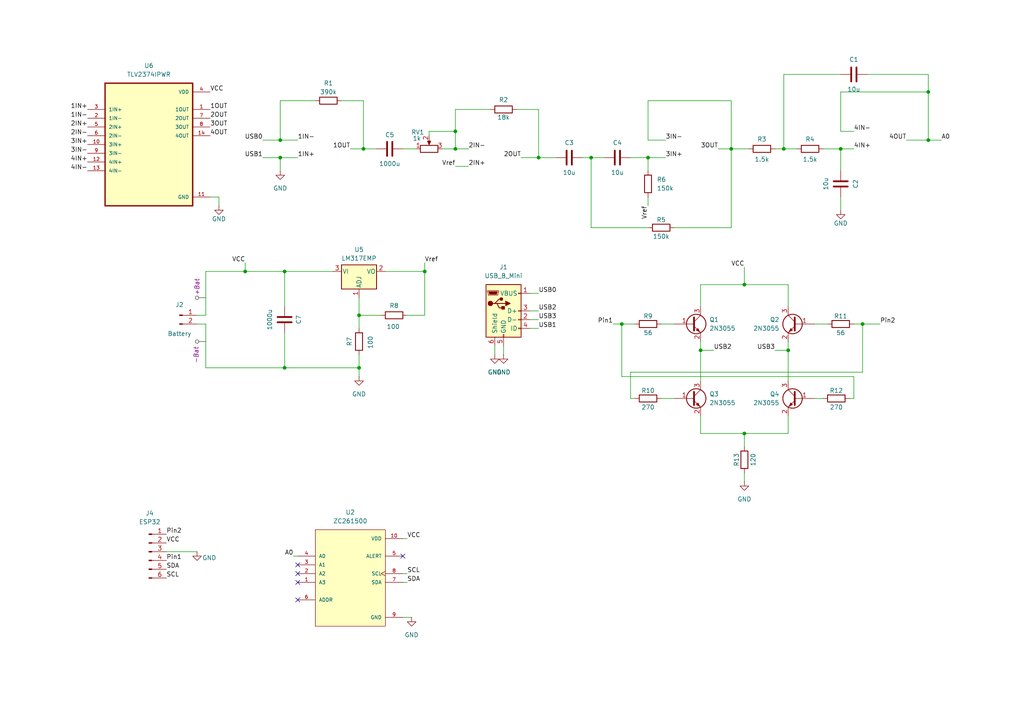
<source format=kicad_sch>
(kicad_sch (version 20231120) (generator "eeschema") (generator_version "8.0")
  (paper "A4")
  (lib_symbols
    (symbol "Connector:Conn_01x02_Pin" (pin_names (offset 1.016) hide)
      (property "Reference" "J" (at 0 2.54 0))
      (property "Value" "Conn_01x02_Pin" (at 0 -5.08 0))
      (symbol "Conn_01x02_Pin_1_1"
        (polyline (pts (xy 1.27 -2.54) (xy 0.8636 -2.54)) (stroke (width 0.1524)))
        (polyline (pts (xy 1.27 0) (xy 0.8636 0)) (stroke (width 0.1524)))
        (rectangle (start 0.8636 -2.413) (end 0 -2.667) (stroke (width 0.1524)) (fill (type outline)))
        (rectangle (start 0.8636 0.127) (end 0 -0.127) (stroke (width 0.1524)) (fill (type outline)))
        (pin passive line (at 5.08 0 180) (length 3.81) (name "Pin_1") (number "1"))
        (pin passive line (at 5.08 -2.54 180) (length 3.81) (name "Pin_2") (number "2"))
      )
    )
    (symbol "Connector:Conn_01x06_Pin" (pin_names (offset 1.016) hide)
      (property "Reference" "J" (at 0 7.62 0))
      (property "Value" "Conn_01x06_Pin" (at 0 -10.16 0))
      (symbol "Conn_01x06_Pin_1_1"
        (polyline (pts (xy 1.27 -7.62) (xy 0.8636 -7.62)) (stroke (width 0.1524)))
        (polyline (pts (xy 1.27 -5.08) (xy 0.8636 -5.08)) (stroke (width 0.1524)))
        (polyline (pts (xy 1.27 -2.54) (xy 0.8636 -2.54)) (stroke (width 0.1524)))
        (polyline (pts (xy 1.27 0) (xy 0.8636 0)) (stroke (width 0.1524)))
        (polyline (pts (xy 1.27 2.54) (xy 0.8636 2.54)) (stroke (width 0.1524)))
        (polyline (pts (xy 1.27 5.08) (xy 0.8636 5.08)) (stroke (width 0.1524)))
        (rectangle (start 0.8636 -7.493) (end 0 -7.747) (stroke (width 0.1524)) (fill (type outline)))
        (rectangle (start 0.8636 -4.953) (end 0 -5.207) (stroke (width 0.1524)) (fill (type outline)))
        (rectangle (start 0.8636 -2.413) (end 0 -2.667) (stroke (width 0.1524)) (fill (type outline)))
        (rectangle (start 0.8636 0.127) (end 0 -0.127) (stroke (width 0.1524)) (fill (type outline)))
        (rectangle (start 0.8636 2.667) (end 0 2.413) (stroke (width 0.1524)) (fill (type outline)))
        (rectangle (start 0.8636 5.207) (end 0 4.953) (stroke (width 0.1524)) (fill (type outline)))
        (pin passive line (at 5.08 5.08 180) (length 3.81) (name "Pin_1") (number "1"))
        (pin passive line (at 5.08 2.54 180) (length 3.81) (name "Pin_2") (number "2"))
        (pin passive line (at 5.08 0 180) (length 3.81) (name "Pin_3") (number "3"))
        (pin passive line (at 5.08 -2.54 180) (length 3.81) (name "Pin_4") (number "4"))
        (pin passive line (at 5.08 -5.08 180) (length 3.81) (name "Pin_5") (number "5"))
        (pin passive line (at 5.08 -7.62 180) (length 3.81) (name "Pin_6") (number "6"))
      )
    )
    (symbol "Connector:USB_B_Mini" (pin_names (offset 1.016))
      (property "Reference" "J" (at -5.08 11.43 0))
      (property "Value" "USB_B_Mini" (at -5.08 8.89 0))
      (symbol "USB_B_Mini_0_1"
        (rectangle (start -5.08 -7.62) (end 5.08 7.62) (stroke (width 0.254)) (fill (type background)))
        (circle (center -3.81 2.159) (radius 0.635) (stroke (width 0.254)) (fill (type outline)))
        (circle (center -0.635 3.429) (radius 0.381) (stroke (width 0.254)) (fill (type outline)))
        (rectangle (start -0.127 -7.62) (end 0.127 -6.858))
        (polyline (pts (xy -1.905 2.159) (xy 0.635 2.159)) (stroke (width 0.254)))
        (polyline (pts (xy -3.175 2.159) (xy -2.54 2.159) (xy -1.27 3.429) (xy -0.635 3.429)) (stroke (width 0.254)))
        (polyline (pts (xy -2.54 2.159) (xy -1.905 2.159) (xy -1.27 0.889) (xy 0 0.889)) (stroke (width 0.254)))
        (polyline (pts (xy 0.635 2.794) (xy 0.635 1.524) (xy 1.905 2.159) (xy 0.635 2.794)) (stroke (width 0.254)) (fill (type outline)))
        (polyline (pts (xy -4.318 5.588) (xy -1.778 5.588) (xy -2.032 4.826) (xy -4.064 4.826) (xy -4.318 5.588)) (fill (type outline)))
        (polyline (pts (xy -4.699 5.842) (xy -4.699 5.588) (xy -4.445 4.826) (xy -4.445 4.572) (xy -1.651 4.572) (xy -1.651 4.826) (xy -1.397 5.588) (xy -1.397 5.842) (xy -4.699 5.842)))
        (rectangle (start 0.254 1.27) (end -0.508 0.508) (stroke (width 0.254)) (fill (type outline)))
        (rectangle (start 5.08 -5.207) (end 4.318 -4.953))
        (rectangle (start 5.08 -2.667) (end 4.318 -2.413))
        (rectangle (start 5.08 -0.127) (end 4.318 0.127))
        (rectangle (start 5.08 4.953) (end 4.318 5.207))
      )
      (symbol "USB_B_Mini_1_1"
        (pin power_out line (at 7.62 5.08 180) (length 2.54) (name "VBUS") (number "1"))
        (pin bidirectional line (at 7.62 -2.54 180) (length 2.54) (name "D-") (number "2"))
        (pin bidirectional line (at 7.62 0 180) (length 2.54) (name "D+") (number "3"))
        (pin passive line (at 7.62 -5.08 180) (length 2.54) (name "ID") (number "4"))
        (pin power_out line (at 0 -10.16 90) (length 2.54) (name "GND") (number "5"))
        (pin passive line (at -2.54 -10.16 90) (length 2.54) (name "Shield") (number "6"))
      )
    )
    (symbol "Device:C" (pin_numbers hide) (pin_names (offset 0.254))
      (property "Reference" "C" (at 0.635 2.54 0))
      (property "Value" "C" (at 0.635 -2.54 0))
      (symbol "C_0_1"
        (polyline (pts (xy -2.032 -0.762) (xy 2.032 -0.762)) (stroke (width 0.508)))
        (polyline (pts (xy -2.032 0.762) (xy 2.032 0.762)) (stroke (width 0.508)))
      )
      (symbol "C_1_1"
        (pin passive line (at 0 3.81 270) (length 2.794) (name "~") (number "1"))
        (pin passive line (at 0 -3.81 90) (length 2.794) (name "~") (number "2"))
      )
    )
    (symbol "Device:R" (pin_numbers hide) (pin_names (offset 0))
      (property "Reference" "R" (at 2.032 0 90))
      (property "Value" "R" (at 0 0 90))
      (symbol "R_0_1"
        (rectangle (start -1.016 -2.54) (end 1.016 2.54) (stroke (width 0.254)))
      )
      (symbol "R_1_1"
        (pin passive line (at 0 3.81 270) (length 1.27) (name "~") (number "1"))
        (pin passive line (at 0 -3.81 90) (length 1.27) (name "~") (number "2"))
      )
    )
    (symbol "Device:R_Potentiometer" (pin_names (offset 1.016) hide)
      (property "Reference" "RV" (at -4.445 0 90))
      (property "Value" "R_Potentiometer" (at -2.54 0 90))
      (symbol "R_Potentiometer_0_1"
        (polyline (pts (xy 2.54 0) (xy 1.524 0)))
        (polyline (pts (xy 1.143 0) (xy 2.286 0.508) (xy 2.286 -0.508) (xy 1.143 0)) (fill (type outline)))
        (rectangle (start 1.016 2.54) (end -1.016 -2.54) (stroke (width 0.254)))
      )
      (symbol "R_Potentiometer_1_1"
        (pin passive line (at 0 3.81 270) (length 1.27) (name "1") (number "1"))
        (pin passive line (at 3.81 0 180) (length 1.27) (name "2") (number "2"))
        (pin passive line (at 0 -3.81 90) (length 1.27) (name "3") (number "3"))
      )
    )
    (symbol "Regulator_Linear:LM317_SOT-223" (pin_names (offset 0.254))
      (property "Reference" "U" (at -3.81 3.175 0))
      (property "Value" "LM317_SOT-223" (at 0 3.175 0))
      (symbol "LM317_SOT-223_0_1"
        (rectangle (start -5.08 1.905) (end 5.08 -5.08) (stroke (width 0.254)) (fill (type background)))
      )
      (symbol "LM317_SOT-223_1_1"
        (pin input line (at 0 -7.62 90) (length 2.54) (name "ADJ") (number "1"))
        (pin power_out line (at 7.62 0 180) (length 2.54) (name "VO") (number "2"))
        (pin power_in line (at -7.62 0 0) (length 2.54) (name "VI") (number "3"))
      )
    )
    (symbol "TLV2374IPWR:TLV2374IPWR" (pin_names (offset 1.016))
      (property "Reference" "U" (at -12.7 18.78 0))
      (property "Value" "TLV2374IPWR" (at -12.7 -21.78 0))
      (symbol "TLV2374IPWR_0_0"
        (rectangle (start -12.7 -17.78) (end 12.7 17.78) (stroke (width 0.41)) (fill (type background)))
        (pin output line (at 17.78 10.16 180) (length 5.08) (name "1OUT") (number "1"))
        (pin input line (at -17.78 0 0) (length 5.08) (name "3IN+") (number "10"))
        (pin power_in line (at 17.78 -15.24 180) (length 5.08) (name "GND") (number "11"))
        (pin input line (at -17.78 -5.08 0) (length 5.08) (name "4IN+") (number "12"))
        (pin input line (at -17.78 -7.62 0) (length 5.08) (name "4IN-") (number "13"))
        (pin output line (at 17.78 2.54 180) (length 5.08) (name "4OUT") (number "14"))
        (pin input line (at -17.78 7.62 0) (length 5.08) (name "1IN-") (number "2"))
        (pin input line (at -17.78 10.16 0) (length 5.08) (name "1IN+") (number "3"))
        (pin power_in line (at 17.78 15.24 180) (length 5.08) (name "VDD") (number "4"))
        (pin input line (at -17.78 5.08 0) (length 5.08) (name "2IN+") (number "5"))
        (pin input line (at -17.78 2.54 0) (length 5.08) (name "2IN-") (number "6"))
        (pin output line (at 17.78 7.62 180) (length 5.08) (name "2OUT") (number "7"))
        (pin output line (at 17.78 5.08 180) (length 5.08) (name "3OUT") (number "8"))
        (pin input line (at -17.78 -2.54 0) (length 5.08) (name "3IN-") (number "9"))
      )
    )
    (symbol "Transistor_BJT:2N3055" (pin_names (offset 0) hide)
      (property "Reference" "Q" (at 5.08 1.905 0))
      (property "Value" "2N3055" (at 5.08 0 0))
      (symbol "2N3055_0_1"
        (polyline (pts (xy 0.635 0.635) (xy 2.54 2.54)))
        (polyline (pts (xy 0.635 -0.635) (xy 2.54 -2.54) (xy 2.54 -2.54)))
        (polyline (pts (xy 0.635 1.905) (xy 0.635 -1.905) (xy 0.635 -1.905)) (stroke (width 0.508)))
        (polyline (pts (xy 1.27 -1.778) (xy 1.778 -1.27) (xy 2.286 -2.286) (xy 1.27 -1.778) (xy 1.27 -1.778)) (fill (type outline)))
        (circle (center 1.27 0) (radius 2.8194) (stroke (width 0.254)))
      )
      (symbol "2N3055_1_1"
        (pin input line (at -5.08 0 0) (length 5.715) (name "B") (number "1"))
        (pin passive line (at 2.54 -5.08 90) (length 2.54) (name "E") (number "2"))
        (pin passive line (at 2.54 5.08 270) (length 2.54) (name "C") (number "3"))
      )
    )
    (symbol "ZC261500:ZC261500" (pin_names (offset 1.016))
      (property "Reference" "U" (at -10.16 16.002 0))
      (property "Value" "ZC261500" (at -10.16 -15.24 0))
      (symbol "ZC261500_0_0"
        (rectangle (start -10.16 -12.7) (end 10.16 15.24) (stroke (width 0.1524)) (fill (type background)))
        (pin input line (at -15.24 0 0) (length 5.08) (name "A3") (number "1"))
        (pin power_in line (at 15.24 12.7 180) (length 5.08) (name "VDD") (number "10"))
        (pin input line (at -15.24 2.54 0) (length 5.08) (name "A2") (number "2"))
        (pin input line (at -15.24 5.08 0) (length 5.08) (name "A1") (number "3"))
        (pin input line (at -15.24 7.62 0) (length 5.08) (name "A0") (number "4"))
        (pin bidirectional line (at 15.24 7.62 180) (length 5.08) (name "ALERT") (number "5"))
        (pin input line (at -15.24 -5.08 0) (length 5.08) (name "ADDR") (number "6"))
        (pin bidirectional line (at 15.24 0 180) (length 5.08) (name "SDA") (number "7"))
        (pin input clock (at 15.24 2.54 180) (length 5.08) (name "SCL") (number "8"))
        (pin power_in line (at 15.24 -10.16 180) (length 5.08) (name "GND") (number "9"))
      )
    )
    (symbol "power:GND" (power) (pin_numbers hide) (pin_names (offset 0) hide)
      (property "Value" "GND" (at 0 -3.81 0))
      (symbol "GND_0_1"
        (polyline (pts (xy 0 0) (xy 0 -1.27) (xy 1.27 -1.27) (xy 0 -2.54) (xy -1.27 -1.27) (xy 0 -1.27)))
      )
      (symbol "GND_1_1"
        (pin power_in line (at 0 0 270) (length 0) (name "~") (number "1"))
      )
    )
  )
  (junction (at 156.21 45.72))
  (junction (at 104.14 91.44))
  (junction (at 82.55 78.74))
  (junction (at 171.45 45.72))
  (junction (at 203.2 101.6))
  (junction (at 250.19 93.98))
  (junction (at 132.08 38.1))
  (junction (at 82.55 106.68))
  (junction (at 228.6 101.6))
  (junction (at 215.9 125.73))
  (junction (at 71.12 78.74))
  (junction (at 212.09 43.18))
  (junction (at 81.28 40.64))
  (junction (at 187.96 45.72))
  (junction (at 105.41 43.18))
  (junction (at 81.28 45.72))
  (junction (at 243.84 43.18))
  (junction (at 123.19 78.74))
  (junction (at 269.24 26.67))
  (junction (at 132.08 43.18))
  (junction (at 215.9 82.55))
  (junction (at 227.33 43.18))
  (junction (at 269.24 40.64))
  (junction (at 104.14 106.68))
  (junction (at 180.34 93.98))
  (no_connect (at 86.36 173.99))
  (no_connect (at 86.36 163.83))
  (no_connect (at 116.84 161.29))
  (no_connect (at 86.36 166.37))
  (no_connect (at 86.36 168.91))
  (wire (pts (xy 104.14 91.44) (xy 104.14 86.36)))
  (wire (pts (xy 187.96 45.72) (xy 193.04 45.72)))
  (wire (pts (xy 85.09 161.29) (xy 86.36 161.29)))
  (wire (pts (xy 82.55 78.74) (xy 96.52 78.74)))
  (wire (pts (xy 187.96 66.04) (xy 171.45 66.04)))
  (wire (pts (xy 116.84 166.37) (xy 118.11 166.37)))
  (wire (pts (xy 184.15 115.57) (xy 182.88 115.57)))
  (wire (pts (xy 212.09 29.21) (xy 212.09 43.18)))
  (wire (pts (xy 156.21 45.72) (xy 161.29 45.72)))
  (wire (pts (xy 203.2 125.73) (xy 215.9 125.73)))
  (wire (pts (xy 187.96 29.21) (xy 212.09 29.21)))
  (wire (pts (xy 250.19 93.98) (xy 255.27 93.98)))
  (wire (pts (xy 187.96 40.64) (xy 187.96 29.21)))
  (wire (pts (xy 236.22 115.57) (xy 238.76 115.57)))
  (wire (pts (xy 132.08 31.75) (xy 132.08 38.1)))
  (wire (pts (xy 227.33 21.59) (xy 227.33 43.18)))
  (wire (pts (xy 224.79 101.6) (xy 228.6 101.6)))
  (wire (pts (xy 215.9 137.16) (xy 215.9 139.7)))
  (wire (pts (xy 215.9 125.73) (xy 228.6 125.73)))
  (wire (pts (xy 171.45 45.72) (xy 175.26 45.72)))
  (wire (pts (xy 124.46 39.37) (xy 124.46 38.1)))
  (wire (pts (xy 247.65 109.22) (xy 180.34 109.22)))
  (wire (pts (xy 208.28 43.18) (xy 212.09 43.18)))
  (wire (pts (xy 180.34 109.22) (xy 180.34 93.98)))
  (wire (pts (xy 203.2 99.06) (xy 203.2 101.6)))
  (wire (pts (xy 82.55 106.68) (xy 104.14 106.68)))
  (wire (pts (xy 177.8 93.98) (xy 180.34 93.98)))
  (wire (pts (xy 191.77 115.57) (xy 195.58 115.57)))
  (wire (pts (xy 81.28 40.64) (xy 86.36 40.64)))
  (wire (pts (xy 82.55 96.52) (xy 82.55 106.68)))
  (wire (pts (xy 193.04 40.64) (xy 187.96 40.64)))
  (wire (pts (xy 104.14 91.44) (xy 104.14 95.25)))
  (wire (pts (xy 184.15 93.98) (xy 180.34 93.98)))
  (wire (pts (xy 116.84 179.07) (xy 119.38 179.07)))
  (wire (pts (xy 168.91 45.72) (xy 171.45 45.72)))
  (wire (pts (xy 104.14 102.87) (xy 104.14 106.68)))
  (wire (pts (xy 123.19 78.74) (xy 123.19 91.44)))
  (wire (pts (xy 118.11 168.91) (xy 116.84 168.91)))
  (wire (pts (xy 182.88 115.57) (xy 182.88 107.95)))
  (wire (pts (xy 215.9 82.55) (xy 228.6 82.55)))
  (wire (pts (xy 212.09 43.18) (xy 217.17 43.18)))
  (wire (pts (xy 57.15 93.98) (xy 59.69 93.98)))
  (wire (pts (xy 187.96 57.15) (xy 187.96 59.69)))
  (wire (pts (xy 149.86 31.75) (xy 156.21 31.75)))
  (wire (pts (xy 81.28 29.21) (xy 81.28 40.64)))
  (wire (pts (xy 243.84 21.59) (xy 227.33 21.59)))
  (wire (pts (xy 132.08 31.75) (xy 142.24 31.75)))
  (wire (pts (xy 273.05 40.64) (xy 269.24 40.64)))
  (wire (pts (xy 105.41 29.21) (xy 105.41 43.18)))
  (wire (pts (xy 227.33 43.18) (xy 231.14 43.18)))
  (wire (pts (xy 153.67 92.71) (xy 156.21 92.71)))
  (wire (pts (xy 132.08 43.18) (xy 135.89 43.18)))
  (wire (pts (xy 63.5 57.15) (xy 63.5 59.69)))
  (wire (pts (xy 99.06 29.21) (xy 105.41 29.21)))
  (wire (pts (xy 243.84 38.1) (xy 243.84 26.67)))
  (wire (pts (xy 203.2 88.9) (xy 203.2 82.55)))
  (wire (pts (xy 118.11 156.21) (xy 116.84 156.21)))
  (wire (pts (xy 111.76 78.74) (xy 123.19 78.74)))
  (wire (pts (xy 243.84 26.67) (xy 269.24 26.67)))
  (wire (pts (xy 251.46 21.59) (xy 269.24 21.59)))
  (wire (pts (xy 247.65 115.57) (xy 247.65 109.22)))
  (wire (pts (xy 59.69 78.74) (xy 71.12 78.74)))
  (wire (pts (xy 246.38 115.57) (xy 247.65 115.57)))
  (wire (pts (xy 171.45 66.04) (xy 171.45 45.72)))
  (wire (pts (xy 59.69 91.44) (xy 57.15 91.44)))
  (wire (pts (xy 116.84 43.18) (xy 120.65 43.18)))
  (wire (pts (xy 124.46 38.1) (xy 132.08 38.1)))
  (wire (pts (xy 60.96 57.15) (xy 63.5 57.15)))
  (wire (pts (xy 123.19 91.44) (xy 118.11 91.44)))
  (wire (pts (xy 228.6 125.73) (xy 228.6 120.65)))
  (wire (pts (xy 82.55 88.9) (xy 82.55 78.74)))
  (wire (pts (xy 151.13 45.72) (xy 156.21 45.72)))
  (wire (pts (xy 48.26 160.02) (xy 57.15 160.02)))
  (wire (pts (xy 71.12 78.74) (xy 82.55 78.74)))
  (wire (pts (xy 59.69 106.68) (xy 82.55 106.68)))
  (wire (pts (xy 203.2 82.55) (xy 215.9 82.55)))
  (wire (pts (xy 224.79 43.18) (xy 227.33 43.18)))
  (wire (pts (xy 153.67 90.17) (xy 156.21 90.17)))
  (wire (pts (xy 238.76 43.18) (xy 243.84 43.18)))
  (wire (pts (xy 228.6 101.6) (xy 228.6 110.49)))
  (wire (pts (xy 81.28 29.21) (xy 91.44 29.21)))
  (wire (pts (xy 236.22 93.98) (xy 240.03 93.98)))
  (wire (pts (xy 156.21 31.75) (xy 156.21 45.72)))
  (wire (pts (xy 187.96 45.72) (xy 187.96 49.53)))
  (wire (pts (xy 128.27 43.18) (xy 132.08 43.18)))
  (wire (pts (xy 269.24 26.67) (xy 269.24 40.64)))
  (wire (pts (xy 71.12 76.2) (xy 71.12 78.74)))
  (wire (pts (xy 146.05 100.33) (xy 146.05 102.87)))
  (wire (pts (xy 215.9 125.73) (xy 215.9 129.54)))
  (wire (pts (xy 203.2 120.65) (xy 203.2 125.73)))
  (wire (pts (xy 182.88 45.72) (xy 187.96 45.72)))
  (wire (pts (xy 156.21 85.09) (xy 153.67 85.09)))
  (wire (pts (xy 132.08 48.26) (xy 135.89 48.26)))
  (wire (pts (xy 269.24 21.59) (xy 269.24 26.67)))
  (wire (pts (xy 143.51 100.33) (xy 143.51 102.87)))
  (wire (pts (xy 182.88 107.95) (xy 250.19 107.95)))
  (wire (pts (xy 123.19 76.2) (xy 123.19 78.74)))
  (wire (pts (xy 59.69 78.74) (xy 59.69 91.44)))
  (wire (pts (xy 104.14 106.68) (xy 104.14 109.22)))
  (wire (pts (xy 203.2 101.6) (xy 203.2 110.49)))
  (wire (pts (xy 76.2 40.64) (xy 81.28 40.64)))
  (wire (pts (xy 243.84 43.18) (xy 247.65 43.18)))
  (wire (pts (xy 76.2 45.72) (xy 81.28 45.72)))
  (wire (pts (xy 228.6 99.06) (xy 228.6 101.6)))
  (wire (pts (xy 81.28 45.72) (xy 86.36 45.72)))
  (wire (pts (xy 212.09 66.04) (xy 212.09 43.18)))
  (wire (pts (xy 59.69 93.98) (xy 59.69 106.68)))
  (wire (pts (xy 203.2 101.6) (xy 207.01 101.6)))
  (wire (pts (xy 243.84 57.15) (xy 243.84 60.96)))
  (wire (pts (xy 153.67 95.25) (xy 156.21 95.25)))
  (wire (pts (xy 195.58 66.04) (xy 212.09 66.04)))
  (wire (pts (xy 191.77 93.98) (xy 195.58 93.98)))
  (wire (pts (xy 250.19 107.95) (xy 250.19 93.98)))
  (wire (pts (xy 110.49 91.44) (xy 104.14 91.44)))
  (wire (pts (xy 247.65 93.98) (xy 250.19 93.98)))
  (wire (pts (xy 105.41 43.18) (xy 109.22 43.18)))
  (wire (pts (xy 215.9 77.47) (xy 215.9 82.55)))
  (wire (pts (xy 81.28 45.72) (xy 81.28 49.53)))
  (wire (pts (xy 101.6 43.18) (xy 105.41 43.18)))
  (wire (pts (xy 228.6 82.55) (xy 228.6 88.9)))
  (wire (pts (xy 247.65 38.1) (xy 243.84 38.1)))
  (wire (pts (xy 132.08 38.1) (xy 132.08 43.18)))
  (wire (pts (xy 243.84 43.18) (xy 243.84 49.53)))
  (wire (pts (xy 269.24 40.64) (xy 262.89 40.64)))
  (label "3IN+" (at 193.04 45.72 0))
  (label "Vref" (at 123.19 76.2 0))
  (label "4IN-" (at 25.4 49.53 180))
  (label "SDA" (at 118.11 168.91 0))
  (label "1IN-" (at 25.4 34.29 180))
  (label "3IN+" (at 25.4 41.91 180))
  (label "USB3" (at 156.21 92.71 0))
  (label "4IN-" (at 247.65 38.1 0))
  (label "Vref" (at 187.96 59.69 270))
  (label "USB3" (at 224.79 101.6 180))
  (label "2IN-" (at 135.89 43.18 0))
  (label "USB2" (at 207.01 101.6 0))
  (label "Pin1" (at 177.8 93.98 180))
  (label "USB0" (at 156.21 85.09 0))
  (label "Pin2" (at 255.27 93.98 0))
  (label "1IN+" (at 86.36 45.72 0))
  (label "2OUT" (at 60.96 34.29 0))
  (label "4OUT" (at 60.96 39.37 0))
  (label "VCC" (at 215.9 77.47 180))
  (label "Vref" (at 132.08 48.26 180))
  (label "2IN-" (at 25.4 39.37 180))
  (label "3OUT" (at 208.28 43.18 180))
  (label "4OUT" (at 262.89 40.64 180))
  (label "USB1" (at 156.21 95.25 0))
  (label "A0" (at 273.05 40.64 0))
  (label "A0" (at 85.09 161.29 180))
  (label "Pin2" (at 48.26 154.94 0))
  (label "SCL" (at 118.11 166.37 0))
  (label "3IN-" (at 25.4 44.45 180))
  (label "USB0" (at 76.2 40.64 180))
  (label "1IN-" (at 86.36 40.64 0))
  (label "SCL" (at 48.26 167.64 0))
  (label "1OUT" (at 101.6 43.18 180))
  (label "3IN-" (at 193.04 40.64 0))
  (label "3OUT" (at 60.96 36.83 0))
  (label "2OUT" (at 151.13 45.72 180))
  (label "4IN+" (at 25.4 46.99 180))
  (label "USB2" (at 156.21 90.17 0))
  (label "2IN+" (at 25.4 36.83 180))
  (label "VCC" (at 60.96 26.67 0))
  (label "Pin1" (at 48.26 162.56 0))
  (label "USB1" (at 76.2 45.72 180))
  (label "VCC" (at 48.26 157.48 0))
  (label "VCC" (at 118.11 156.21 0))
  (label "SDA" (at 48.26 165.1 0))
  (label "4IN+" (at 247.65 43.18 0))
  (label "2IN+" (at 135.89 48.26 0))
  (label "1OUT" (at 60.96 31.75 0))
  (label "VCC" (at 71.12 76.2 180))
  (label "1IN+" (at 25.4 31.75 180))
  (netclass_flag "" (length 2.54) (shape round) (at 59.69 86.36 90) (property "Netclass" "+Bat" (at 57.15 85.6615 90) (effects (font (italic yes)) (justify left))))
  (netclass_flag "" (length 2.54) (shape round) (at 59.69 99.06 90) (property "Netclass" "-Bat" (at 56.896 105.41 90) (effects (font (italic yes)) (justify left))))
  (symbol (lib_id "Connector:USB_B_Mini") (at 146.05 90.17 0) (unit 1)
    (property "Reference" "J1" (at 146.05 77.47 0))
    (property "Value" "USB_B_Mini" (at 146.05 80.01 0))
    (property "Footprint" "Footprints:miniUSB-B-20" (effects (hide yes)))
    (property "Description" "USB Mini Type B connector" (effects (hide yes)))
  )
  (symbol (lib_id "Device:C") (at 179.07 45.72 90) (unit 1)
    (property "Reference" "C4" (at 179.07 41.402 90))
    (property "Value" "10u" (at 179.07 50.038 90))
    (property "Footprint" "Capacitor_SMD:CP_Elec_4x3" (effects (hide yes)))
    (property "Description" "Unpolarized capacitor" (effects (hide yes)))
  )
  (symbol (lib_id "Device:C") (at 243.84 53.34 0) (unit 1)
    (property "Reference" "C2" (at 248.158 53.34 90))
    (property "Value" "10u" (at 239.522 53.34 90))
    (property "Footprint" "Capacitor_SMD:CP_Elec_4x3" (effects (hide yes)))
    (property "Description" "Unpolarized capacitor" (effects (hide yes)))
  )
  (symbol (lib_id "Device:R") (at 234.95 43.18 90) (unit 1)
    (property "Reference" "R4" (at 234.95 40.386 90))
    (property "Value" "1.5k" (at 234.95 46.228 90))
    (property "Footprint" "Resistor_SMD:R_1206_3216Metric_Pad1.30x1.75mm_HandSolder" (effects (hide yes)))
    (property "Description" "Resistor" (effects (hide yes)))
  )
  (symbol (lib_id "ZC261500:ZC261500") (at 101.6 168.91 0) (unit 1)
    (property "Reference" "U2" (at 101.6 148.59 0))
    (property "Value" "ZC261500" (at 101.6 151.13 0))
    (property "Footprint" "Footprints:MODULE_ZC261500" (effects (hide yes)))
    (property "MF" "YKS" (effects (hide yes)))
    (property "MAXIMUM_PACKAGE_HEIGHT" "NA" (effects (hide yes)))
    (property "Package" "None" (effects (hide yes)))
    (property "Price" "None" (effects (hide yes)))
    (property "Check_prices" "https://www.snapeda.com/parts/ZC261500/YKS/view-part/?ref=eda" (effects (hide yes)))
    (property "STANDARD" "Manufacturer Recommendations" (effects (hide yes)))
    (property "PARTREV" "NA" (effects (hide yes)))
    (property "SnapEDA_Link" "https://www.snapeda.com/parts/ZC261500/YKS/view-part/?ref=snap" (effects (hide yes)))
    (property "MP" "ZC261500" (effects (hide yes)))
    (property "Description_1" "\n                        \n                            ADS1115 Module ADC 4 channel with Pro Gain Amplifier for Arduino RPi\n                        \n" (effects (hide yes)))
    (property "Availability" "Not in stock" (effects (hide yes)))
    (property "MANUFACTURER" "YKS" (effects (hide yes)))
  )
  (symbol (lib_id "power:GND") (at 81.28 49.53 0) (unit 1)
    (property "Reference" "#PWR04" (effects (hide yes)))
    (property "Value" "GND" (at 81.28 54.61 0))
    (property "Description" "Power symbol creates a global label with name \"GND\" , ground" (effects (hide yes)))
  )
  (symbol (lib_id "power:GND") (at 104.14 109.22 0) (unit 1)
    (property "Reference" "#PWR02" (effects (hide yes)))
    (property "Value" "GND" (at 104.14 114.3 0))
    (property "Description" "Power symbol creates a global label with name \"GND\" , ground" (effects (hide yes)))
  )
  (symbol (lib_id "Device:C") (at 113.03 43.18 90) (unit 1)
    (property "Reference" "C5" (at 113.03 39.116 90))
    (property "Value" "1000u" (at 113.03 47.498 90))
    (property "Footprint" "Capacitor_THT:CP_Radial_D8.0mm_P3.80mm" (effects (hide yes)))
    (property "Description" "Unpolarized capacitor" (effects (hide yes)))
  )
  (symbol (lib_id "power:GND") (at 119.38 179.07 0) (unit 1)
    (property "Reference" "#PWR01" (effects (hide yes)))
    (property "Value" "GND" (at 119.38 184.15 0))
    (property "Description" "Power symbol creates a global label with name \"GND\" , ground" (effects (hide yes)))
  )
  (symbol (lib_id "power:GND") (at 143.51 102.87 0) (unit 1)
    (property "Reference" "#PWR03" (effects (hide yes)))
    (property "Value" "GND" (at 143.51 107.95 0))
    (property "Description" "Power symbol creates a global label with name \"GND\" , ground" (effects (hide yes)))
  )
  (symbol (lib_id "Regulator_Linear:LM317_SOT-223") (at 104.14 78.74 0) (unit 1)
    (property "Reference" "U5" (at 104.14 72.39 0))
    (property "Value" "LM317EMP" (at 104.14 74.93 0))
    (property "Footprint" "Package_TO_SOT_SMD:SOT-223-3_TabPin2" (effects (hide yes)))
    (property "Datasheet" "http://www.ti.com/lit/ds/symlink/lm317.pdf" (effects (hide yes)))
    (property "Description" "1.5A 35V Adjustable Linear Regulator, SOT-223" (effects (hide yes)))
  )
  (symbol (lib_id "Transistor_BJT:2N3055") (at 200.66 93.98 0) (unit 1)
    (property "Reference" "Q1" (at 205.74 92.7099 0) (effects (justify left)))
    (property "Value" "2N3055" (at 205.74 95.2499 0) (effects (justify left)))
    (property "Footprint" "Footprints:BJT-NPN-SMD" (effects (hide yes)))
    (property "Datasheet" "http://www.onsemi.com/pub_link/Collateral/2N3055-D.PDF" (effects (hide yes)))
    (property "Description" "15A Ic, 60V Vce, Power NPN Transistor, TO-3" (effects (hide yes)))
  )
  (symbol (lib_id "Transistor_BJT:2N3055") (at 231.14 115.57 0) (mirror y) (unit 1)
    (property "Reference" "Q4" (at 226.06 114.2999 0) (effects (justify left)))
    (property "Value" "2N3055" (at 226.06 116.8399 0) (effects (justify left)))
    (property "Footprint" "Footprints:BJT-NPN-SMD" (effects (hide yes)))
    (property "Datasheet" "http://www.onsemi.com/pub_link/Collateral/2N3055-D.PDF" (effects (hide yes)))
    (property "Description" "15A Ic, 60V Vce, Power NPN Transistor, TO-3" (effects (hide yes)))
  )
  (symbol (lib_id "Device:R") (at 220.98 43.18 90) (unit 1)
    (property "Reference" "R3" (at 220.98 40.386 90))
    (property "Value" "1.5k" (at 220.98 46.228 90))
    (property "Footprint" "Resistor_SMD:R_1206_3216Metric_Pad1.30x1.75mm_HandSolder" (effects (hide yes)))
    (property "Description" "Resistor" (effects (hide yes)))
  )
  (symbol (lib_id "Device:R") (at 243.84 93.98 90) (unit 1)
    (property "Reference" "R11" (at 243.84 91.694 90))
    (property "Value" "56" (at 243.84 96.52 90))
    (property "Footprint" "Resistor_SMD:R_1206_3216Metric_Pad1.30x1.75mm_HandSolder" (effects (hide yes)))
    (property "Description" "Resistor" (effects (hide yes)))
  )
  (symbol (lib_id "power:GND") (at 146.05 102.87 0) (unit 1)
    (property "Reference" "#PWR06" (effects (hide yes)))
    (property "Value" "GND" (at 146.05 107.95 0))
    (property "Description" "Power symbol creates a global label with name \"GND\" , ground" (effects (hide yes)))
  )
  (symbol (lib_id "Device:R") (at 187.96 115.57 90) (unit 1)
    (property "Reference" "R10" (at 187.96 113.284 90))
    (property "Value" "270" (at 187.96 118.11 90))
    (property "Footprint" "Resistor_SMD:R_1206_3216Metric_Pad1.30x1.75mm_HandSolder" (effects (hide yes)))
    (property "Description" "Resistor" (effects (hide yes)))
  )
  (symbol (lib_id "Device:R") (at 215.9 133.35 180) (unit 1)
    (property "Reference" "R13" (at 213.614 133.35 90))
    (property "Value" "120" (at 218.44 133.35 90))
    (property "Footprint" "Resistor_SMD:R_1206_3216Metric_Pad1.30x1.75mm_HandSolder" (effects (hide yes)))
    (property "Description" "Resistor" (effects (hide yes)))
  )
  (symbol (lib_id "Device:C") (at 247.65 21.59 90) (unit 1)
    (property "Reference" "C1" (at 247.65 17.272 90))
    (property "Value" "10u" (at 247.65 25.908 90))
    (property "Footprint" "Capacitor_SMD:CP_Elec_4x3" (effects (hide yes)))
    (property "Description" "Unpolarized capacitor" (effects (hide yes)))
  )
  (symbol (lib_id "power:GND") (at 215.9 139.7 0) (unit 1)
    (property "Reference" "#PWR08" (effects (hide yes)))
    (property "Value" "GND" (at 215.9 144.78 0))
    (property "Description" "Power symbol creates a global label with name \"GND\" , ground" (effects (hide yes)))
  )
  (symbol (lib_id "power:GND") (at 63.5 59.69 0) (unit 1)
    (property "Reference" "#PWR011" (effects (hide yes)))
    (property "Value" "GND" (at 63.5 63.5 0))
    (property "Description" "Power symbol creates a global label with name \"GND\" , ground" (effects (hide yes)))
  )
  (symbol (lib_id "Transistor_BJT:2N3055") (at 231.14 93.98 0) (mirror y) (unit 1)
    (property "Reference" "Q2" (at 226.06 92.7099 0) (effects (justify left)))
    (property "Value" "2N3055" (at 226.06 95.2499 0) (effects (justify left)))
    (property "Footprint" "Footprints:BJT-NPN-SMD" (effects (hide yes)))
    (property "Datasheet" "http://www.onsemi.com/pub_link/Collateral/2N3055-D.PDF" (effects (hide yes)))
    (property "Description" "15A Ic, 60V Vce, Power NPN Transistor, TO-3" (effects (hide yes)))
  )
  (symbol (lib_id "power:GND") (at 243.84 60.96 0) (unit 1)
    (property "Reference" "#PWR010" (effects (hide yes)))
    (property "Value" "GND" (at 243.84 64.77 0))
    (property "Description" "Power symbol creates a global label with name \"GND\" , ground" (effects (hide yes)))
  )
  (symbol (lib_id "Device:C") (at 82.55 92.71 0) (unit 1)
    (property "Reference" "C7" (at 86.614 92.71 90))
    (property "Value" "1000u" (at 78.232 92.71 90))
    (property "Footprint" "Capacitor_THT:CP_Radial_D8.0mm_P3.80mm" (effects (hide yes)))
    (property "Description" "Unpolarized capacitor" (effects (hide yes)))
  )
  (symbol (lib_id "Device:R_Potentiometer") (at 124.46 43.18 90) (unit 1)
    (property "Reference" "RV1" (at 121.158 38.354 90))
    (property "Value" "1k" (at 120.904 40.132 90))
    (property "Footprint" "Footprints:TRIM_3296W-1-103" (effects (hide yes)))
    (property "Description" "Potentiometer" (effects (hide yes)))
  )
  (symbol (lib_id "Device:R") (at 146.05 31.75 90) (unit 1)
    (property "Reference" "R2" (at 146.05 28.956 90))
    (property "Value" "18k" (at 146.05 34.036 90))
    (property "Footprint" "Resistor_SMD:R_1206_3216Metric_Pad1.30x1.75mm_HandSolder" (effects (hide yes)))
    (property "Description" "Resistor" (effects (hide yes)))
  )
  (symbol (lib_id "Device:R") (at 187.96 53.34 0) (unit 1)
    (property "Reference" "R6" (at 190.5 52.0699 0) (effects (justify left)))
    (property "Value" "150k" (at 190.5 54.6099 0) (effects (justify left)))
    (property "Footprint" "Resistor_SMD:R_1206_3216Metric_Pad1.30x1.75mm_HandSolder" (effects (hide yes)))
    (property "Description" "Resistor" (effects (hide yes)))
  )
  (symbol (lib_id "Device:R") (at 114.3 91.44 90) (unit 1)
    (property "Reference" "R8" (at 114.3 88.646 90))
    (property "Value" "100" (at 114.046 94.742 90))
    (property "Footprint" "Resistor_SMD:R_1206_3216Metric_Pad1.30x1.75mm_HandSolder" (effects (hide yes)))
    (property "Description" "Resistor" (effects (hide yes)))
  )
  (symbol (lib_id "Device:R") (at 104.14 99.06 180) (unit 1)
    (property "Reference" "R7" (at 101.346 99.06 90))
    (property "Value" "100" (at 107.442 99.314 90))
    (property "Footprint" "Resistor_SMD:R_1206_3216Metric_Pad1.30x1.75mm_HandSolder" (effects (hide yes)))
    (property "Description" "Resistor" (effects (hide yes)))
  )
  (symbol (lib_id "Device:R") (at 187.96 93.98 90) (unit 1)
    (property "Reference" "R9" (at 187.96 91.694 90))
    (property "Value" "56" (at 187.96 96.52 90))
    (property "Footprint" "Resistor_SMD:R_1206_3216Metric_Pad1.30x1.75mm_HandSolder" (effects (hide yes)))
    (property "Description" "Resistor" (effects (hide yes)))
  )
  (symbol (lib_id "Device:R") (at 191.77 66.04 90) (unit 1)
    (property "Reference" "R5" (at 191.77 63.754 90))
    (property "Value" "150k" (at 191.77 68.58 90))
    (property "Footprint" "Resistor_SMD:R_1206_3216Metric_Pad1.30x1.75mm_HandSolder" (effects (hide yes)))
    (property "Description" "Resistor" (effects (hide yes)))
  )
  (symbol (lib_id "Device:R") (at 242.57 115.57 90) (unit 1)
    (property "Reference" "R12" (at 242.57 113.284 90))
    (property "Value" "270" (at 242.57 118.11 90))
    (property "Footprint" "Resistor_SMD:R_1206_3216Metric_Pad1.30x1.75mm_HandSolder" (effects (hide yes)))
    (property "Description" "Resistor" (effects (hide yes)))
  )
  (symbol (lib_id "power:GND") (at 57.15 160.02 0) (unit 1)
    (property "Reference" "#PWR05" (effects (hide yes)))
    (property "Value" "GND" (at 60.706 161.798 0))
    (property "Description" "Power symbol creates a global label with name \"GND\" , ground" (effects (hide yes)))
  )
  (symbol (lib_id "Transistor_BJT:2N3055") (at 200.66 115.57 0) (unit 1)
    (property "Reference" "Q3" (at 205.74 114.2999 0) (effects (justify left)))
    (property "Value" "2N3055" (at 205.74 116.8399 0) (effects (justify left)))
    (property "Footprint" "Footprints:BJT-NPN-SMD" (effects (hide yes)))
    (property "Datasheet" "http://www.onsemi.com/pub_link/Collateral/2N3055-D.PDF" (effects (hide yes)))
    (property "Description" "15A Ic, 60V Vce, Power NPN Transistor, TO-3" (effects (hide yes)))
  )
  (symbol (lib_id "TLV2374IPWR:TLV2374IPWR") (at 43.18 41.91 0) (unit 1)
    (property "Reference" "U6" (at 43.18 19.05 0))
    (property "Value" "TLV2374IPWR" (at 43.18 21.59 0))
    (property "Footprint" "Footprints:opamp-TLV2374IPWR" (effects (hide yes)))
    (property "MF" "Texas Instruments" (effects (hide yes)))
    (property "Description_1" "\nQuad, 16-V, 3-MHz, RRIO operational amplifier\n" (effects (hide yes)))
    (property "Package" "TSSOP-14 Texas Instruments" (effects (hide yes)))
    (property "Price" "None" (effects (hide yes)))
    (property "SnapEDA_Link" "https://www.snapeda.com/parts/TLV2374IPWR/Texas+Instruments/view-part/?ref=snap" (effects (hide yes)))
    (property "MP" "TLV2374IPWR" (effects (hide yes)))
    (property "Availability" "In Stock" (effects (hide yes)))
    (property "Check_prices" "https://www.snapeda.com/parts/TLV2374IPWR/Texas+Instruments/view-part/?ref=eda" (effects (hide yes)))
  )
  (symbol (lib_id "Device:R") (at 95.25 29.21 90) (unit 1)
    (property "Reference" "R1" (at 95.25 24.13 90))
    (property "Value" "390k" (at 95.25 26.67 90))
    (property "Footprint" "Resistor_SMD:R_1206_3216Metric_Pad1.30x1.75mm_HandSolder" (effects (hide yes)))
    (property "Description" "Resistor" (effects (hide yes)))
  )
  (symbol (lib_id "Device:C") (at 165.1 45.72 90) (unit 1)
    (property "Reference" "C3" (at 165.1 41.402 90))
    (property "Value" "10u" (at 165.1 50.038 90))
    (property "Footprint" "Capacitor_SMD:CP_Elec_4x3" (effects (hide yes)))
    (property "Description" "Unpolarized capacitor" (effects (hide yes)))
  )
  (symbol (lib_id "Connector:Conn_01x02_Pin") (at 52.07 91.44 0) (unit 1)
    (property "Reference" "J2" (at 52.07 88.392 0))
    (property "Value" "Battery" (at 52.07 96.774 0))
    (property "Footprint" "Connector_PinHeader_2.00mm:PinHeader_1x02_P2.00mm_Vertical" (effects (hide yes)))
    (property "Description" "Generic connector, single row, 01x02, script generated" (effects (hide yes)))
  )
  (symbol (lib_id "Connector:Conn_01x06_Pin") (at 43.18 160.02 0) (unit 1)
    (property "Reference" "J4" (at 43.434 148.844 0))
    (property "Value" "ESP32" (at 43.434 151.384 0))
    (property "Footprint" "Connector_PinHeader_2.54mm:PinHeader_1x06_P2.54mm_Vertical" (effects (hide yes)))
    (property "Description" "Generic connector, single row, 01x06, script generated" (effects (hide yes)))
  )
)
</source>
